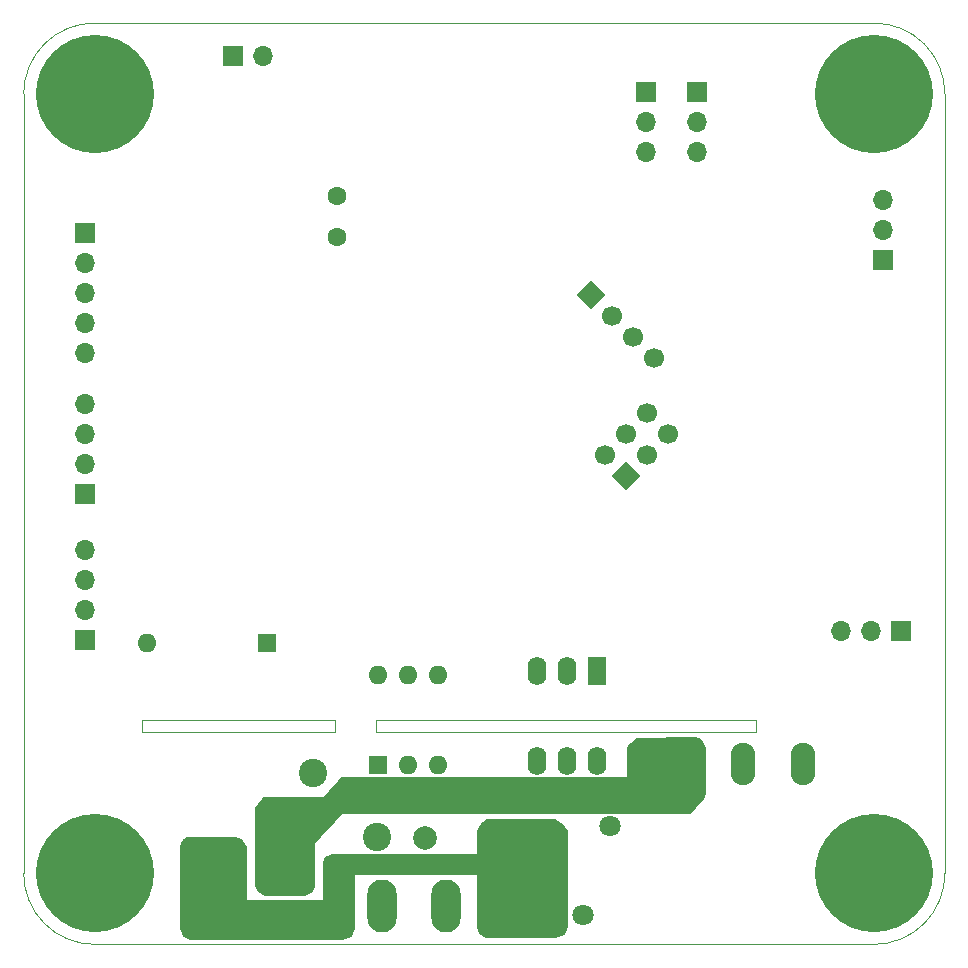
<source format=gbs>
%TF.GenerationSoftware,KiCad,Pcbnew,(6.0.1)*%
%TF.CreationDate,2022-01-24T12:15:06+04:00*%
%TF.ProjectId,BEEIRON v0.0,42454549-524f-44e2-9076-302e302e6b69,rev?*%
%TF.SameCoordinates,Original*%
%TF.FileFunction,Soldermask,Bot*%
%TF.FilePolarity,Negative*%
%FSLAX46Y46*%
G04 Gerber Fmt 4.6, Leading zero omitted, Abs format (unit mm)*
G04 Created by KiCad (PCBNEW (6.0.1)) date 2022-01-24 12:15:06*
%MOMM*%
%LPD*%
G01*
G04 APERTURE LIST*
G04 Aperture macros list*
%AMRoundRect*
0 Rectangle with rounded corners*
0 $1 Rounding radius*
0 $2 $3 $4 $5 $6 $7 $8 $9 X,Y pos of 4 corners*
0 Add a 4 corners polygon primitive as box body*
4,1,4,$2,$3,$4,$5,$6,$7,$8,$9,$2,$3,0*
0 Add four circle primitives for the rounded corners*
1,1,$1+$1,$2,$3*
1,1,$1+$1,$4,$5*
1,1,$1+$1,$6,$7*
1,1,$1+$1,$8,$9*
0 Add four rect primitives between the rounded corners*
20,1,$1+$1,$2,$3,$4,$5,0*
20,1,$1+$1,$4,$5,$6,$7,0*
20,1,$1+$1,$6,$7,$8,$9,0*
20,1,$1+$1,$8,$9,$2,$3,0*%
%AMHorizOval*
0 Thick line with rounded ends*
0 $1 width*
0 $2 $3 position (X,Y) of the first rounded end (center of the circle)*
0 $4 $5 position (X,Y) of the second rounded end (center of the circle)*
0 Add line between two ends*
20,1,$1,$2,$3,$4,$5,0*
0 Add two circle primitives to create the rounded ends*
1,1,$1,$2,$3*
1,1,$1,$4,$5*%
%AMRotRect*
0 Rectangle, with rotation*
0 The origin of the aperture is its center*
0 $1 length*
0 $2 width*
0 $3 Rotation angle, in degrees counterclockwise*
0 Add horizontal line*
21,1,$1,$2,0,0,$3*%
G04 Aperture macros list end*
%ADD10C,0.150000*%
%TA.AperFunction,Profile*%
%ADD11C,0.100000*%
%TD*%
%ADD12C,1.600000*%
%ADD13C,2.000000*%
%ADD14R,1.700000X1.700000*%
%ADD15O,1.700000X1.700000*%
%ADD16C,0.900000*%
%ADD17C,10.000000*%
%ADD18C,2.400000*%
%ADD19HorizOval,2.400000X0.000000X0.000000X0.000000X0.000000X0*%
%ADD20R,1.600000X1.600000*%
%ADD21O,1.600000X1.600000*%
%ADD22RoundRect,0.249999X-0.790001X-1.550001X0.790001X-1.550001X0.790001X1.550001X-0.790001X1.550001X0*%
%ADD23O,2.080000X3.600000*%
%ADD24RotRect,1.700000X1.700000X135.000000*%
%ADD25HorizOval,1.700000X0.000000X0.000000X0.000000X0.000000X0*%
%ADD26R,1.600000X2.400000*%
%ADD27O,1.600000X2.400000*%
%ADD28R,2.500000X4.500000*%
%ADD29O,2.500000X4.500000*%
%ADD30RoundRect,0.250000X0.750000X1.550000X-0.750000X1.550000X-0.750000X-1.550000X0.750000X-1.550000X0*%
%ADD31O,2.000000X3.600000*%
%ADD32C,1.800000*%
%ADD33RotRect,1.700000X1.700000X45.000000*%
%ADD34HorizOval,1.700000X0.000000X0.000000X0.000000X0.000000X0*%
G04 APERTURE END LIST*
D10*
X148971000Y-126365000D02*
X148971000Y-134493000D01*
X148971000Y-134493000D02*
X148717000Y-135128000D01*
X148717000Y-135128000D02*
X147955000Y-135382000D01*
X147955000Y-135382000D02*
X142113000Y-135382000D01*
X142113000Y-135382000D02*
X141605000Y-135001000D01*
X141605000Y-135001000D02*
X141478000Y-134493000D01*
X141478000Y-134493000D02*
X141478000Y-130048000D01*
X141478000Y-130048000D02*
X130937000Y-130048000D01*
X130937000Y-130048000D02*
X130937000Y-134620000D01*
X130937000Y-134620000D02*
X130683000Y-135255000D01*
X130683000Y-135255000D02*
X129921000Y-135509000D01*
X129921000Y-135509000D02*
X117094000Y-135509000D01*
X117094000Y-135509000D02*
X116586000Y-135255000D01*
X116586000Y-135255000D02*
X116332000Y-134620000D01*
X116332000Y-134620000D02*
X116332000Y-127762000D01*
X116332000Y-127762000D02*
X116459000Y-127254000D01*
X116459000Y-127254000D02*
X116840000Y-127000000D01*
X116840000Y-127000000D02*
X120904000Y-127000000D01*
X120904000Y-127000000D02*
X121412000Y-127127000D01*
X121412000Y-127127000D02*
X121793000Y-127762000D01*
X121793000Y-127762000D02*
X121793000Y-132334000D01*
X121793000Y-132334000D02*
X128397000Y-132334000D01*
X128397000Y-132334000D02*
X128397000Y-129286000D01*
X128397000Y-129286000D02*
X128524000Y-128651000D01*
X128524000Y-128651000D02*
X129159000Y-128397000D01*
X129159000Y-128397000D02*
X141478000Y-128397000D01*
X141478000Y-128397000D02*
X141478000Y-126365000D01*
X141478000Y-126365000D02*
X141732000Y-125857000D01*
X141732000Y-125857000D02*
X142240000Y-125476000D01*
X142240000Y-125476000D02*
X147955000Y-125476000D01*
X147955000Y-125476000D02*
X148590000Y-125857000D01*
X148590000Y-125857000D02*
X148971000Y-126365000D01*
G36*
X148590000Y-125857000D02*
G01*
X148971000Y-126365000D01*
X148971000Y-134493000D01*
X148717000Y-135128000D01*
X147955000Y-135382000D01*
X142113000Y-135382000D01*
X141605000Y-135001000D01*
X141478000Y-134493000D01*
X141478000Y-130048000D01*
X130937000Y-130048000D01*
X130937000Y-134620000D01*
X130683000Y-135255000D01*
X129921000Y-135509000D01*
X117094000Y-135509000D01*
X116586000Y-135255000D01*
X116332000Y-134620000D01*
X116332000Y-127762000D01*
X116459000Y-127254000D01*
X116840000Y-127000000D01*
X120904000Y-127000000D01*
X121412000Y-127127000D01*
X121793000Y-127762000D01*
X121793000Y-132334000D01*
X128397000Y-132334000D01*
X128397000Y-129286000D01*
X128524000Y-128651000D01*
X129159000Y-128397000D01*
X141478000Y-128397000D01*
X141478000Y-126365000D01*
X141732000Y-125857000D01*
X142240000Y-125476000D01*
X147955000Y-125476000D01*
X148590000Y-125857000D01*
G37*
X148590000Y-125857000D02*
X148971000Y-126365000D01*
X148971000Y-134493000D01*
X148717000Y-135128000D01*
X147955000Y-135382000D01*
X142113000Y-135382000D01*
X141605000Y-135001000D01*
X141478000Y-134493000D01*
X141478000Y-130048000D01*
X130937000Y-130048000D01*
X130937000Y-134620000D01*
X130683000Y-135255000D01*
X129921000Y-135509000D01*
X117094000Y-135509000D01*
X116586000Y-135255000D01*
X116332000Y-134620000D01*
X116332000Y-127762000D01*
X116459000Y-127254000D01*
X116840000Y-127000000D01*
X120904000Y-127000000D01*
X121412000Y-127127000D01*
X121793000Y-127762000D01*
X121793000Y-132334000D01*
X128397000Y-132334000D01*
X128397000Y-129286000D01*
X128524000Y-128651000D01*
X129159000Y-128397000D01*
X141478000Y-128397000D01*
X141478000Y-126365000D01*
X141732000Y-125857000D01*
X142240000Y-125476000D01*
X147955000Y-125476000D01*
X148590000Y-125857000D01*
X160147000Y-118618000D02*
X160441099Y-118829582D01*
X160441099Y-118829582D02*
X160655000Y-119380000D01*
X160655000Y-119380000D02*
X160658024Y-123302112D01*
X160658024Y-123302112D02*
X160528000Y-123698000D01*
X160528000Y-123698000D02*
X159385000Y-124841000D01*
X159385000Y-124841000D02*
X129921000Y-124841000D01*
X129921000Y-124841000D02*
X127558800Y-127381000D01*
X127558800Y-127381000D02*
X127553678Y-130946695D01*
X127553678Y-130946695D02*
X127557746Y-131175635D01*
X127557746Y-131175635D02*
X127394992Y-131441977D01*
X127394992Y-131441977D02*
X127127605Y-131686563D01*
X127127605Y-131686563D02*
X126800108Y-131786056D01*
X126800108Y-131786056D02*
X124030031Y-131801688D01*
X124030031Y-131801688D02*
X123410274Y-131797542D01*
X123410274Y-131797542D02*
X123169920Y-131682375D01*
X123169920Y-131682375D02*
X122992008Y-131547645D01*
X122992008Y-131547645D02*
X122874551Y-131406006D01*
X122874551Y-131406006D02*
X122785638Y-131266008D01*
X122785638Y-131266008D02*
X122709636Y-131050095D01*
X122709636Y-131050095D02*
X122682000Y-130810000D01*
X122682000Y-130810000D02*
X122682000Y-124460000D01*
X122682000Y-124460000D02*
X123317000Y-123571000D01*
X123317000Y-123571000D02*
X128397000Y-123571000D01*
X128397000Y-123571000D02*
X129921000Y-121920000D01*
X129921000Y-121920000D02*
X154178000Y-121920000D01*
X154178000Y-121920000D02*
X154178000Y-119253000D01*
X154178000Y-119253000D02*
X154940000Y-118618000D01*
X154940000Y-118618000D02*
X159852667Y-118508143D01*
X159852667Y-118508143D02*
X160147000Y-118618000D01*
G36*
X160147000Y-118618000D02*
G01*
X160441099Y-118829582D01*
X160655000Y-119380000D01*
X160658024Y-123302112D01*
X160528000Y-123698000D01*
X159385000Y-124841000D01*
X129921000Y-124841000D01*
X127558800Y-127381000D01*
X127553678Y-130946695D01*
X127557746Y-131175635D01*
X127394992Y-131441977D01*
X127127605Y-131686563D01*
X126800108Y-131786056D01*
X124030031Y-131801688D01*
X123410274Y-131797542D01*
X123169920Y-131682375D01*
X122992008Y-131547645D01*
X122874551Y-131406006D01*
X122785638Y-131266008D01*
X122709636Y-131050095D01*
X122682000Y-130810000D01*
X122682000Y-124460000D01*
X123317000Y-123571000D01*
X128397000Y-123571000D01*
X129921000Y-121920000D01*
X154178000Y-121920000D01*
X154178000Y-119253000D01*
X154940000Y-118618000D01*
X159852667Y-118508143D01*
X160147000Y-118618000D01*
G37*
X160147000Y-118618000D02*
X160441099Y-118829582D01*
X160655000Y-119380000D01*
X160658024Y-123302112D01*
X160528000Y-123698000D01*
X159385000Y-124841000D01*
X129921000Y-124841000D01*
X127558800Y-127381000D01*
X127553678Y-130946695D01*
X127557746Y-131175635D01*
X127394992Y-131441977D01*
X127127605Y-131686563D01*
X126800108Y-131786056D01*
X124030031Y-131801688D01*
X123410274Y-131797542D01*
X123169920Y-131682375D01*
X122992008Y-131547645D01*
X122874551Y-131406006D01*
X122785638Y-131266008D01*
X122709636Y-131050095D01*
X122682000Y-130810000D01*
X122682000Y-124460000D01*
X123317000Y-123571000D01*
X128397000Y-123571000D01*
X129921000Y-121920000D01*
X154178000Y-121920000D01*
X154178000Y-119253000D01*
X154940000Y-118618000D01*
X159852667Y-118508143D01*
X160147000Y-118618000D01*
D11*
X181000000Y-64000000D02*
G75*
G03*
X175000000Y-58000000I-5999999J1D01*
G01*
X181000000Y-130000000D02*
X181000000Y-64000000D01*
X103000000Y-64000000D02*
X103000000Y-130000000D01*
X109000000Y-58000000D02*
G75*
G03*
X103000000Y-64000000I-1J-5999999D01*
G01*
X132800000Y-117000000D02*
X165000000Y-117000000D01*
X129400000Y-117000000D02*
X113000000Y-117000000D01*
X132800000Y-117000000D02*
X132800000Y-118000000D01*
X113000000Y-117000000D02*
X113000000Y-118000000D01*
X165000000Y-118000000D02*
X132800000Y-118000000D01*
X103000000Y-130000000D02*
G75*
G03*
X109000000Y-136000000I5999999J-1D01*
G01*
X175000000Y-58000000D02*
X109000000Y-58000000D01*
X113000000Y-118000000D02*
X129400000Y-118000000D01*
X109000000Y-136000000D02*
X175000000Y-136000000D01*
X175000000Y-136000000D02*
G75*
G03*
X181000000Y-130000000I1J5999999D01*
G01*
X129400000Y-117000000D02*
X129400000Y-118000000D01*
X165000000Y-117000000D02*
X165000000Y-118000000D01*
D12*
%TO.C,C7*%
X129540000Y-72644000D03*
X129540000Y-76144000D03*
%TD*%
D13*
%TO.C,C20*%
X137000000Y-127000000D03*
X147000000Y-127000000D03*
%TD*%
D14*
%TO.C,J4*%
X175731000Y-78046000D03*
D15*
X175731000Y-75506000D03*
X175731000Y-72966000D03*
%TD*%
D14*
%TO.C,J5*%
X177292000Y-109474000D03*
D15*
X174752000Y-109474000D03*
X172212000Y-109474000D03*
%TD*%
D14*
%TO.C,J11*%
X160000000Y-63875000D03*
D15*
X160000000Y-66415000D03*
X160000000Y-68955000D03*
%TD*%
D14*
%TO.C,J1*%
X120725000Y-60750000D03*
D15*
X123265000Y-60750000D03*
%TD*%
D16*
%TO.C,H2*%
X177651650Y-66651650D03*
X175000000Y-60250000D03*
X172348350Y-61348350D03*
X178750000Y-64000000D03*
X171250000Y-64000000D03*
X172348350Y-66651650D03*
D17*
X175000000Y-64000000D03*
D16*
X177651650Y-61348350D03*
X175000000Y-67750000D03*
%TD*%
D18*
%TO.C,R32*%
X127518056Y-121518056D03*
D19*
X132906210Y-126906210D03*
%TD*%
D14*
%TO.C,J10*%
X155652393Y-63874870D03*
D15*
X155652393Y-66414870D03*
X155652393Y-68954870D03*
%TD*%
D20*
%TO.C,U9*%
X132975000Y-120800000D03*
D21*
X135515000Y-120800000D03*
X138055000Y-120800000D03*
X138055000Y-113180000D03*
X135515000Y-113180000D03*
X132975000Y-113180000D03*
%TD*%
D22*
%TO.C,J8*%
X158840000Y-120700000D03*
D23*
X163920000Y-120700000D03*
X169000000Y-120700000D03*
%TD*%
D24*
%TO.C,J7*%
X153979773Y-96362329D03*
D25*
X152183722Y-94566278D03*
X155775824Y-94566278D03*
X153979773Y-92770227D03*
X157571875Y-92770227D03*
X155775824Y-90974175D03*
%TD*%
D16*
%TO.C,H1*%
X106348350Y-61348350D03*
X112750000Y-64000000D03*
X106348350Y-66651650D03*
X109000000Y-67750000D03*
X111651650Y-66651650D03*
D17*
X109000000Y-64000000D03*
D16*
X105250000Y-64000000D03*
X111651650Y-61348350D03*
X109000000Y-60250000D03*
%TD*%
D26*
%TO.C,U8*%
X151525000Y-112880000D03*
D27*
X148985000Y-112880000D03*
X146445000Y-112880000D03*
X146445000Y-120500000D03*
X148985000Y-120500000D03*
X151525000Y-120500000D03*
%TD*%
D28*
%TO.C,Q7*%
X144250000Y-132750000D03*
D29*
X138800000Y-132750000D03*
X133350000Y-132750000D03*
%TD*%
D14*
%TO.C,J2*%
X108200000Y-110220000D03*
D15*
X108200000Y-107680000D03*
X108200000Y-105140000D03*
X108200000Y-102600000D03*
%TD*%
D16*
%TO.C,H3*%
X175000000Y-126250000D03*
D17*
X175000000Y-130000000D03*
D16*
X172348350Y-132651650D03*
X175000000Y-133750000D03*
X171250000Y-130000000D03*
X172348350Y-127348350D03*
X178750000Y-130000000D03*
X177651650Y-132651650D03*
X177651650Y-127348350D03*
%TD*%
D14*
%TO.C,J6*%
X108200000Y-97880000D03*
D15*
X108200000Y-95340000D03*
X108200000Y-92800000D03*
X108200000Y-90260000D03*
%TD*%
D30*
%TO.C,J12*%
X124200000Y-130000000D03*
D31*
X119200000Y-130000000D03*
%TD*%
D20*
%TO.C,D3*%
X123580000Y-110500000D03*
D21*
X113420000Y-110500000D03*
%TD*%
D14*
%TO.C,J9*%
X108200000Y-75800000D03*
D15*
X108200000Y-78340000D03*
X108200000Y-80880000D03*
X108200000Y-83420000D03*
X108200000Y-85960000D03*
%TD*%
D16*
%TO.C,H4*%
X112750000Y-130000000D03*
X106348350Y-127348350D03*
X109000000Y-126250000D03*
X109000000Y-133750000D03*
X106348350Y-132651650D03*
X111651650Y-127348350D03*
D17*
X109000000Y-130000000D03*
D16*
X111651650Y-132651650D03*
X105250000Y-130000000D03*
%TD*%
D32*
%TO.C,RV1*%
X150350000Y-133500000D03*
X152650000Y-126000000D03*
%TD*%
D33*
%TO.C,J3*%
X151007898Y-81007898D03*
D34*
X152803949Y-82803949D03*
X154600000Y-84600000D03*
X156396052Y-86396052D03*
%TD*%
M02*

</source>
